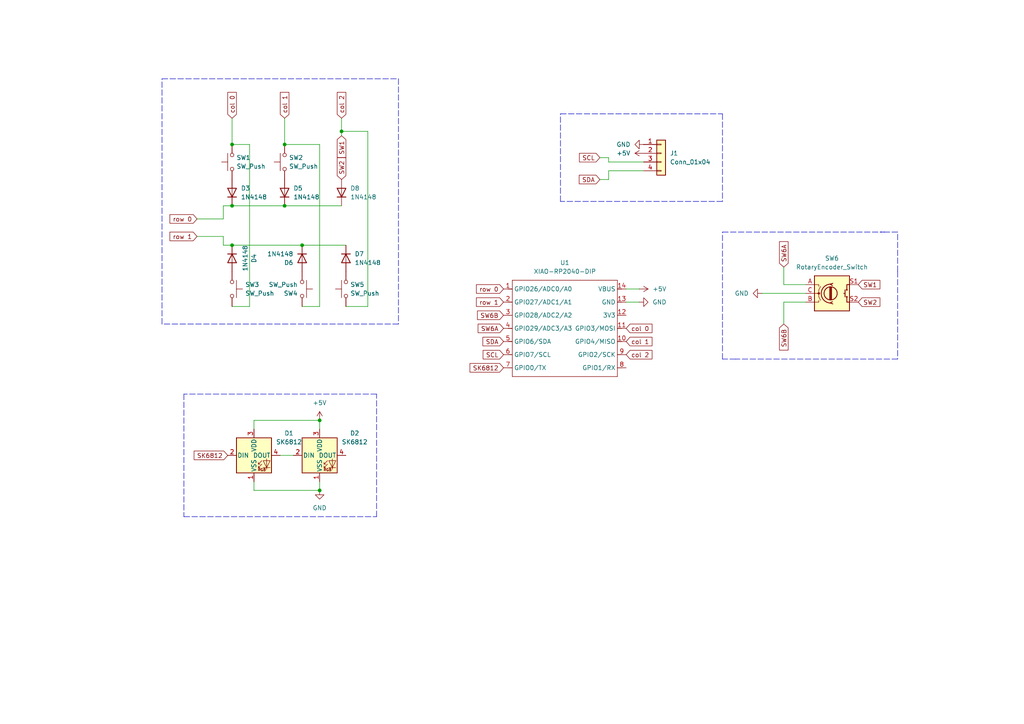
<source format=kicad_sch>
(kicad_sch (version 20250114) (generator "eeschema") (generator_version "9.0")
  (paper "A4")
  (lib_symbols
    (symbol "Connector_Generic:Conn_01x04" (pin_names (offset 1.016) (hide yes))
      (property "Reference" "J" (at 0 5.08 0))
      (property "Value" "Conn_01x04" (at 0 -7.62 0))
      (symbol "Conn_01x04_1_1"
        (rectangle (start -1.27 3.81) (end 1.27 -6.35) (stroke (width 0.254)) (fill (type background)))
        (rectangle (start -1.27 2.667) (end 0 2.413) (stroke (width 0.1524)))
        (rectangle (start -1.27 0.127) (end 0 -0.127) (stroke (width 0.1524)))
        (rectangle (start -1.27 -2.413) (end 0 -2.667) (stroke (width 0.1524)))
        (rectangle (start -1.27 -4.953) (end 0 -5.207) (stroke (width 0.1524)))
        (pin passive line (at -5.08 2.54 0) (length 3.81) (name "Pin_1") (number "1"))
        (pin passive line (at -5.08 0 0) (length 3.81) (name "Pin_2") (number "2"))
        (pin passive line (at -5.08 -2.54 0) (length 3.81) (name "Pin_3") (number "3"))
        (pin passive line (at -5.08 -5.08 0) (length 3.81) (name "Pin_4") (number "4"))
      )
    )
    (symbol "Device:RotaryEncoder_Switch" (pin_names (offset 0.254) (hide yes))
      (property "Reference" "SW" (at 0 6.604 0))
      (property "Value" "RotaryEncoder_Switch" (at 0 -6.604 0))
      (symbol "RotaryEncoder_Switch_0_1"
        (rectangle (start -5.08 5.08) (end 5.08 -5.08) (stroke (width 0.254)) (fill (type background)))
        (polyline (pts (xy -5.08 2.54) (xy -3.81 2.54) (xy -3.81 2.032)))
        (polyline (pts (xy -5.08 0) (xy -3.81 0) (xy -3.81 -1.016) (xy -3.302 -2.032)))
        (polyline (pts (xy -5.08 -2.54) (xy -3.81 -2.54) (xy -3.81 -2.032)))
        (polyline (pts (xy -4.318 0) (xy -3.81 0) (xy -3.81 1.016) (xy -3.302 2.032)))
        (circle (center -3.81 0) (radius 0.254) (fill (type outline)))
        (polyline (pts (xy -0.635 -1.778) (xy -0.635 1.778)) (stroke (width 0.254)))
        (circle (center -0.381 0) (radius 1.905) (stroke (width 0.254)))
        (polyline (pts (xy -0.381 -1.778) (xy -0.381 1.778)) (stroke (width 0.254)))
        (arc (start -0.381 -2.794) (mid -3.0988 -0.0635) (end -0.381 2.667) (stroke (width 0.254)))
        (polyline (pts (xy -0.127 1.778) (xy -0.127 -1.778)) (stroke (width 0.254)))
        (polyline (pts (xy 0.254 2.921) (xy -0.508 2.667) (xy 0.127 2.286)) (stroke (width 0.254)))
        (polyline (pts (xy 0.254 -3.048) (xy -0.508 -2.794) (xy 0.127 -2.413)) (stroke (width 0.254)))
        (polyline (pts (xy 3.81 1.016) (xy 3.81 -1.016)) (stroke (width 0.254)))
        (polyline (pts (xy 3.81 0) (xy 3.429 0)) (stroke (width 0.254)))
        (circle (center 4.318 1.016) (radius 0.127) (stroke (width 0.254)))
        (circle (center 4.318 -1.016) (radius 0.127) (stroke (width 0.254)))
        (polyline (pts (xy 5.08 2.54) (xy 4.318 2.54) (xy 4.318 1.016)) (stroke (width 0.254)))
        (polyline (pts (xy 5.08 -2.54) (xy 4.318 -2.54) (xy 4.318 -1.016)) (stroke (width 0.254)))
      )
      (symbol "RotaryEncoder_Switch_1_1"
        (pin passive line (at -7.62 2.54 0) (length 2.54) (name "A") (number "A"))
        (pin passive line (at -7.62 0 0) (length 2.54) (name "C") (number "C"))
        (pin passive line (at -7.62 -2.54 0) (length 2.54) (name "B") (number "B"))
        (pin passive line (at 7.62 2.54 180) (length 2.54) (name "S1") (number "S1"))
        (pin passive line (at 7.62 -2.54 180) (length 2.54) (name "S2") (number "S2"))
      )
    )
    (symbol "Diode:1N4148" (pin_numbers (hide yes)) (pin_names (hide yes))
      (property "Reference" "D" (at 0 2.54 0))
      (property "Value" "1N4148" (at 0 -2.54 0))
      (symbol "1N4148_0_1"
        (polyline (pts (xy -1.27 1.27) (xy -1.27 -1.27)) (stroke (width 0.254)))
        (polyline (pts (xy 1.27 1.27) (xy 1.27 -1.27) (xy -1.27 0) (xy 1.27 1.27)) (stroke (width 0.254)))
        (polyline (pts (xy 1.27 0) (xy -1.27 0)))
      )
      (symbol "1N4148_1_1"
        (pin passive line (at -3.81 0 0) (length 2.54) (name "K") (number "1"))
        (pin passive line (at 3.81 0 180) (length 2.54) (name "A") (number "2"))
      )
    )
    (symbol "LED:SK6812" (pin_names (offset 0.254))
      (property "Reference" "D" (at 5.08 5.715 0))
      (property "Value" "SK6812" (at 1.27 -5.715 0))
      (symbol "SK6812_0_0"
        (text "RGB" (at 2.286 -4.191 0) (effects (font (size 0.762 0.762))))
      )
      (symbol "SK6812_0_1"
        (polyline (pts (xy 1.27 -2.54) (xy 1.778 -2.54)))
        (polyline (pts (xy 1.27 -3.556) (xy 1.778 -3.556)))
        (polyline (pts (xy 2.286 -1.524) (xy 1.27 -2.54) (xy 1.27 -2.032)))
        (polyline (pts (xy 2.286 -2.54) (xy 1.27 -3.556) (xy 1.27 -3.048)))
        (polyline (pts (xy 3.683 -1.016) (xy 3.683 -3.556) (xy 3.683 -4.064)))
        (polyline (pts (xy 4.699 -1.524) (xy 2.667 -1.524) (xy 3.683 -3.556) (xy 4.699 -1.524)))
        (polyline (pts (xy 4.699 -3.556) (xy 2.667 -3.556)))
        (rectangle (start 5.08 5.08) (end -5.08 -5.08) (stroke (width 0.254)) (fill (type background)))
      )
      (symbol "SK6812_1_1"
        (pin input line (at -7.62 0 0) (length 2.54) (name "DIN") (number "2"))
        (pin power_in line (at 0 7.62 270) (length 2.54) (name "VDD") (number "3"))
        (pin power_in line (at 0 -7.62 90) (length 2.54) (name "VSS") (number "1"))
        (pin output line (at 7.62 0 180) (length 2.54) (name "DOUT") (number "4"))
      )
    )
    (symbol "OPL lib:XIAO-RP2040-DIP"
      (property "Reference" "U" (at 0 0 0))
      (property "Value" "XIAO-RP2040-DIP" (at 5.334 -1.778 0))
      (symbol "XIAO-RP2040-DIP_1_0"
        (polyline (pts (xy -1.27 -2.54) (xy 29.21 -2.54)) (stroke (width 0.1524)))
        (polyline (pts (xy -1.27 -5.08) (xy -2.54 -5.08)) (stroke (width 0.1524)))
        (polyline (pts (xy -1.27 -5.08) (xy -1.27 -2.54)) (stroke (width 0.1524)))
        (polyline (pts (xy -1.27 -8.89) (xy -2.54 -8.89)) (stroke (width 0.1524)))
        (polyline (pts (xy -1.27 -8.89) (xy -1.27 -5.08)) (stroke (width 0.1524)))
        (polyline (pts (xy -1.27 -12.7) (xy -2.54 -12.7)) (stroke (width 0.1524)))
        (polyline (pts (xy -1.27 -12.7) (xy -1.27 -8.89)) (stroke (width 0.1524)))
        (polyline (pts (xy -1.27 -16.51) (xy -2.54 -16.51)) (stroke (width 0.1524)))
        (polyline (pts (xy -1.27 -16.51) (xy -1.27 -12.7)) (stroke (width 0.1524)))
        (polyline (pts (xy -1.27 -20.32) (xy -2.54 -20.32)) (stroke (width 0.1524)))
        (polyline (pts (xy -1.27 -24.13) (xy -2.54 -24.13)) (stroke (width 0.1524)))
        (polyline (pts (xy -1.27 -27.94) (xy -2.54 -27.94)) (stroke (width 0.1524)))
        (polyline (pts (xy -1.27 -30.48) (xy -1.27 -16.51)) (stroke (width 0.1524)))
        (polyline (pts (xy 29.21 -2.54) (xy 29.21 -5.08)) (stroke (width 0.1524)))
        (polyline (pts (xy 29.21 -5.08) (xy 29.21 -8.89)) (stroke (width 0.1524)))
        (polyline (pts (xy 29.21 -8.89) (xy 29.21 -12.7)) (stroke (width 0.1524)))
        (polyline (pts (xy 29.21 -12.7) (xy 29.21 -30.48)) (stroke (width 0.1524)))
        (polyline (pts (xy 29.21 -30.48) (xy -1.27 -30.48)) (stroke (width 0.1524)))
        (polyline (pts (xy 30.48 -5.08) (xy 29.21 -5.08)) (stroke (width 0.1524)))
        (polyline (pts (xy 30.48 -8.89) (xy 29.21 -8.89)) (stroke (width 0.1524)))
        (polyline (pts (xy 30.48 -12.7) (xy 29.21 -12.7)) (stroke (width 0.1524)))
        (polyline (pts (xy 30.48 -16.51) (xy 29.21 -16.51)) (stroke (width 0.1524)))
        (polyline (pts (xy 30.48 -20.32) (xy 29.21 -20.32)) (stroke (width 0.1524)))
        (polyline (pts (xy 30.48 -24.13) (xy 29.21 -24.13)) (stroke (width 0.1524)))
        (polyline (pts (xy 30.48 -27.94) (xy 29.21 -27.94)) (stroke (width 0.1524)))
        (pin passive line (at -3.81 -5.08 0) (length 2.54) (name "GPIO26/ADC0/A0") (number "1"))
        (pin passive line (at -3.81 -8.89 0) (length 2.54) (name "GPIO27/ADC1/A1") (number "2"))
        (pin passive line (at -3.81 -12.7 0) (length 2.54) (name "GPIO28/ADC2/A2") (number "3"))
        (pin passive line (at -3.81 -16.51 0) (length 2.54) (name "GPIO29/ADC3/A3") (number "4"))
        (pin passive line (at -3.81 -20.32 0) (length 2.54) (name "GPIO6/SDA") (number "5"))
        (pin passive line (at -3.81 -24.13 0) (length 2.54) (name "GPIO7/SCL") (number "6"))
        (pin passive line (at -3.81 -27.94 0) (length 2.54) (name "GPIO0/TX") (number "7"))
        (pin passive line (at 31.75 -5.08 180) (length 2.54) (name "VBUS") (number "14"))
        (pin passive line (at 31.75 -8.89 180) (length 2.54) (name "GND") (number "13"))
        (pin passive line (at 31.75 -12.7 180) (length 2.54) (name "3V3") (number "12"))
        (pin passive line (at 31.75 -16.51 180) (length 2.54) (name "GPIO3/MOSI") (number "11"))
        (pin passive line (at 31.75 -20.32 180) (length 2.54) (name "GPIO4/MISO") (number "10"))
        (pin passive line (at 31.75 -24.13 180) (length 2.54) (name "GPIO2/SCK") (number "9"))
        (pin passive line (at 31.75 -27.94 180) (length 2.54) (name "GPIO1/RX") (number "8"))
      )
    )
    (symbol "Switch:SW_Push" (pin_numbers (hide yes)) (pin_names (offset 1.016) (hide yes))
      (property "Reference" "SW" (at 1.27 2.54 0))
      (property "Value" "SW_Push" (at 0 -1.524 0))
      (symbol "SW_Push_0_1"
        (circle (center -2.032 0) (radius 0.508))
        (polyline (pts (xy 0 1.27) (xy 0 3.048)))
        (circle (center 2.032 0) (radius 0.508))
        (polyline (pts (xy 2.54 1.27) (xy -2.54 1.27)))
        (pin passive line (at -5.08 0 0) (length 2.54) (name "1") (number "1"))
        (pin passive line (at 5.08 0 180) (length 2.54) (name "2") (number "2"))
      )
    )
    (symbol "power:+5V" (power) (pin_numbers (hide yes)) (pin_names (offset 0) (hide yes))
      (property "Value" "+5V" (at 0 3.556 0))
      (symbol "+5V_0_1"
        (polyline (pts (xy -0.762 1.27) (xy 0 2.54)))
        (polyline (pts (xy 0 2.54) (xy 0.762 1.27)))
        (polyline (pts (xy 0 0) (xy 0 2.54)))
      )
      (symbol "+5V_1_1"
        (pin power_in line (at 0 0 90) (length 0) (name "~") (number "1"))
      )
    )
    (symbol "power:GND" (power) (pin_numbers (hide yes)) (pin_names (offset 0) (hide yes))
      (property "Value" "GND" (at 0 -3.81 0))
      (symbol "GND_0_1"
        (polyline (pts (xy 0 0) (xy 0 -1.27) (xy 1.27 -1.27) (xy 0 -2.54) (xy -1.27 -1.27) (xy 0 -1.27)))
      )
      (symbol "GND_1_1"
        (pin power_in line (at 0 0 270) (length 0) (name "~") (number "1"))
      )
    )
  )
  (junction (at 82.55 59.69))
  (junction (at 82.55 41.91))
  (junction (at 92.71 121.92))
  (junction (at 67.31 71.12))
  (junction (at 92.71 142.24))
  (junction (at 87.63 71.12))
  (junction (at 67.31 59.69))
  (junction (at 67.31 41.91))
  (junction (at 99.06 38.1))
  (wire (pts (xy 67.31 59.69) (xy 64.77 59.69)))
  (polyline (pts (xy 213.36 104.14) (xy 209.55 104.14)) (stroke (width 0) (type dash)))
  (wire (pts (xy 220.98 85.09) (xy 233.68 85.09)))
  (polyline (pts (xy 209.55 67.31) (xy 256.54 67.31)) (stroke (width 0) (type dash)))
  (wire (pts (xy 64.77 71.12) (xy 64.77 68.58)))
  (wire (pts (xy 181.61 87.63) (xy 185.42 87.63)))
  (polyline (pts (xy 209.55 104.14) (xy 209.55 92.71)) (stroke (width 0) (type dash)))
  (wire (pts (xy 106.68 38.1) (xy 99.06 38.1)))
  (polyline (pts (xy 260.35 104.14) (xy 213.36 104.14)) (stroke (width 0) (type dash)))
  (wire (pts (xy 100.33 88.9) (xy 106.68 88.9)))
  (wire (pts (xy 64.77 63.5) (xy 57.15 63.5)))
  (wire (pts (xy 72.39 41.91) (xy 72.39 88.9)))
  (wire (pts (xy 73.66 121.92) (xy 73.66 124.46)))
  (wire (pts (xy 99.06 34.29) (xy 99.06 38.1)))
  (polyline (pts (xy 260.35 78.74) (xy 260.35 67.31)) (stroke (width 0) (type dash)))
  (polyline (pts (xy 46.99 22.86) (xy 115.57 22.86)) (stroke (width 0) (type dash)))
  (polyline (pts (xy 260.35 67.31) (xy 255.27 67.31)) (stroke (width 0) (type dash)))
  (polyline (pts (xy 46.99 93.98) (xy 46.99 22.86)) (stroke (width 0) (type dash)))
  (wire (pts (xy 233.68 82.55) (xy 227.33 82.55)))
  (wire (pts (xy 64.77 59.69) (xy 64.77 63.5)))
  (wire (pts (xy 81.28 132.08) (xy 85.09 132.08)))
  (wire (pts (xy 72.39 41.91) (xy 67.31 41.91)))
  (wire (pts (xy 181.61 83.82) (xy 185.42 83.82)))
  (wire (pts (xy 73.66 139.7) (xy 73.66 142.24)))
  (wire (pts (xy 227.33 87.63) (xy 227.33 93.98)))
  (wire (pts (xy 67.31 71.12) (xy 64.77 71.12)))
  (wire (pts (xy 176.53 52.07) (xy 173.99 52.07)))
  (wire (pts (xy 92.71 41.91) (xy 82.55 41.91)))
  (polyline (pts (xy 109.22 149.86) (xy 109.22 114.3)) (stroke (width 0) (type dash)))
  (wire (pts (xy 82.55 59.69) (xy 67.31 59.69)))
  (wire (pts (xy 92.71 88.9) (xy 87.63 88.9)))
  (wire (pts (xy 92.71 142.24) (xy 73.66 142.24)))
  (wire (pts (xy 72.39 88.9) (xy 67.31 88.9)))
  (wire (pts (xy 67.31 34.29) (xy 67.31 41.91)))
  (wire (pts (xy 99.06 38.1) (xy 99.06 39.37)))
  (polyline (pts (xy 53.34 149.86) (xy 109.22 149.86)) (stroke (width 0) (type dash)))
  (polyline (pts (xy 162.56 58.42) (xy 162.56 33.02)) (stroke (width 0) (type dash)))
  (wire (pts (xy 82.55 34.29) (xy 82.55 41.91)))
  (wire (pts (xy 233.68 87.63) (xy 227.33 87.63)))
  (polyline (pts (xy 53.34 114.3) (xy 53.34 149.86)) (stroke (width 0) (type dash)))
  (polyline (pts (xy 162.56 33.02) (xy 209.55 33.02)) (stroke (width 0) (type dash)))
  (polyline (pts (xy 115.57 22.86) (xy 115.57 93.98)) (stroke (width 0) (type dash)))
  (wire (pts (xy 176.53 49.53) (xy 176.53 52.07)))
  (wire (pts (xy 106.68 38.1) (xy 106.68 88.9)))
  (wire (pts (xy 92.71 124.46) (xy 92.71 121.92)))
  (polyline (pts (xy 209.55 58.42) (xy 162.56 58.42)) (stroke (width 0) (type dash)))
  (wire (pts (xy 92.71 121.92) (xy 73.66 121.92)))
  (wire (pts (xy 227.33 82.55) (xy 227.33 77.47)))
  (wire (pts (xy 186.69 49.53) (xy 176.53 49.53)))
  (polyline (pts (xy 115.57 93.98) (xy 46.99 93.98)) (stroke (width 0) (type dash)))
  (wire (pts (xy 87.63 71.12) (xy 100.33 71.12)))
  (polyline (pts (xy 209.55 92.71) (xy 209.55 67.31)) (stroke (width 0) (type dash)))
  (polyline (pts (xy 209.55 33.02) (xy 209.55 58.42)) (stroke (width 0) (type dash)))
  (wire (pts (xy 67.31 71.12) (xy 87.63 71.12)))
  (wire (pts (xy 82.55 59.69) (xy 99.06 59.69)))
  (wire (pts (xy 92.71 88.9) (xy 92.71 41.91)))
  (wire (pts (xy 64.77 68.58) (xy 57.15 68.58)))
  (wire (pts (xy 176.53 46.99) (xy 176.53 45.72)))
  (polyline (pts (xy 260.35 78.74) (xy 260.35 104.14)) (stroke (width 0) (type dash)))
  (wire (pts (xy 92.71 139.7) (xy 92.71 142.24)))
  (polyline (pts (xy 109.22 114.3) (xy 53.34 114.3)) (stroke (width 0) (type dash)))
  (wire (pts (xy 176.53 45.72) (xy 173.99 45.72)))
  (wire (pts (xy 186.69 46.99) (xy 176.53 46.99)))
  (global_label "row 1" (shape input) (at 146.05 87.63 180) (property "Intersheetrefs" "${INTERSHEET_REFS}" (effects (hide yes))))
  (global_label "SW2" (shape input) (at 99.06 52.07 90) (property "Intersheetrefs" "${INTERSHEET_REFS}" (effects (hide yes))))
  (global_label "SW6A" (shape input) (at 227.33 77.47 90) (property "Intersheetrefs" "${INTERSHEET_REFS}" (effects (hide yes))))
  (global_label "SW1" (shape input) (at 99.06 39.37 270) (property "Intersheetrefs" "${INTERSHEET_REFS}" (effects (hide yes))))
  (global_label "SCL" (shape input) (at 173.99 45.72 180) (property "Intersheetrefs" "${INTERSHEET_REFS}" (effects (hide yes))))
  (global_label "SK6812" (shape input) (at 146.05 106.68 180) (property "Intersheetrefs" "${INTERSHEET_REFS}" (effects (hide yes))))
  (global_label "col 1" (shape input) (at 82.55 34.29 90) (property "Intersheetrefs" "${INTERSHEET_REFS}" (effects (hide yes))))
  (global_label "row 0" (shape input) (at 146.05 83.82 180) (property "Intersheetrefs" "${INTERSHEET_REFS}" (effects (hide yes))))
  (global_label "SDA" (shape input) (at 146.05 99.06 180) (property "Intersheetrefs" "${INTERSHEET_REFS}" (effects (hide yes))))
  (global_label "SK6812" (shape input) (at 66.04 132.08 180) (property "Intersheetrefs" "${INTERSHEET_REFS}" (effects (hide yes))))
  (global_label "col 0" (shape input) (at 67.31 34.29 90) (property "Intersheetrefs" "${INTERSHEET_REFS}" (effects (hide yes))))
  (global_label "SDA" (shape input) (at 173.99 52.07 180) (property "Intersheetrefs" "${INTERSHEET_REFS}" (effects (hide yes))))
  (global_label "row 1" (shape input) (at 57.15 68.58 180) (property "Intersheetrefs" "${INTERSHEET_REFS}" (effects (hide yes))))
  (global_label "SW6A" (shape input) (at 146.05 95.25 180) (property "Intersheetrefs" "${INTERSHEET_REFS}" (effects (hide yes))))
  (global_label "row 0" (shape input) (at 57.15 63.5 180) (property "Intersheetrefs" "${INTERSHEET_REFS}" (effects (hide yes))))
  (global_label "SW6B" (shape input) (at 227.33 93.98 270) (property "Intersheetrefs" "${INTERSHEET_REFS}" (effects (hide yes))))
  (global_label "col 2" (shape input) (at 99.06 34.29 90) (property "Intersheetrefs" "${INTERSHEET_REFS}" (effects (hide yes))))
  (global_label "col 2" (shape input) (at 181.61 102.87 0) (property "Intersheetrefs" "${INTERSHEET_REFS}" (effects (hide yes))))
  (global_label "col 0" (shape input) (at 181.61 95.25 0) (property "Intersheetrefs" "${INTERSHEET_REFS}" (effects (hide yes))))
  (global_label "col 1" (shape input) (at 181.61 99.06 0) (property "Intersheetrefs" "${INTERSHEET_REFS}" (effects (hide yes))))
  (global_label "SW2" (shape input) (at 248.92 87.63 0) (property "Intersheetrefs" "${INTERSHEET_REFS}" (effects (hide yes))))
  (global_label "SW1" (shape input) (at 248.92 82.55 0) (property "Intersheetrefs" "${INTERSHEET_REFS}" (effects (hide yes))))
  (global_label "SW6B" (shape input) (at 146.05 91.44 180) (property "Intersheetrefs" "${INTERSHEET_REFS}" (effects (hide yes))))
  (global_label "SCL" (shape input) (at 146.05 102.87 180) (property "Intersheetrefs" "${INTERSHEET_REFS}" (effects (hide yes))))
  (symbol (lib_id "Diode:1N4148") (at 99.06 55.88 90) (unit 1)
    (property "Reference" "D8" (at 101.6 54.6099 90) (effects (justify right)))
    (property "Value" "1N4148" (at 101.6 57.1499 90) (effects (justify right)))
    (property "Footprint" "Diode_THT:D_DO-35_SOD27_P7.62mm_Horizontal" (effects (hide yes)))
    (property "Datasheet" "https://assets.nexperia.com/documents/data-sheet/1N4148_1N4448.pdf" (effects (hide yes)))
    (property "Description" "100V 0.15A standard switching diode, DO-35" (effects (hide yes)))
    (property "Sim.Device" "D" (effects (hide yes)))
    (property "Sim.Pins" "1=K 2=A" (effects (hide yes)))
  )
  (symbol (lib_id "Diode:1N4148") (at 67.31 55.88 90) (unit 1)
    (property "Reference" "D3" (at 69.85 54.6099 90) (effects (justify right)))
    (property "Value" "1N4148" (at 69.85 57.1499 90) (effects (justify right)))
    (property "Footprint" "Diode_THT:D_DO-35_SOD27_P7.62mm_Horizontal" (effects (hide yes)))
    (property "Datasheet" "https://assets.nexperia.com/documents/data-sheet/1N4148_1N4448.pdf" (effects (hide yes)))
    (property "Description" "100V 0.15A standard switching diode, DO-35" (effects (hide yes)))
    (property "Sim.Device" "D" (effects (hide yes)))
    (property "Sim.Pins" "1=K 2=A" (effects (hide yes)))
  )
  (symbol (lib_id "Switch:SW_Push") (at 87.63 83.82 270) (unit 1)
    (property "Reference" "SW4" (at 86.36 85.0901 90) (effects (justify right)))
    (property "Value" "SW_Push" (at 86.36 82.5501 90) (effects (justify right)))
    (property "Footprint" "Button_Switch_Keyboard:SW_Cherry_MX_1.00u_PCB" (effects (hide yes)))
    (property "Description" "Push button switch, generic, two pins" (effects (hide yes)))
  )
  (symbol (lib_id "Diode:1N4148") (at 87.63 74.93 270) (unit 1)
    (property "Reference" "D6" (at 85.09 76.2001 90) (effects (justify right)))
    (property "Value" "1N4148" (at 85.09 73.6601 90) (effects (justify right)))
    (property "Footprint" "Diode_THT:D_DO-35_SOD27_P7.62mm_Horizontal" (effects (hide yes)))
    (property "Datasheet" "https://assets.nexperia.com/documents/data-sheet/1N4148_1N4448.pdf" (effects (hide yes)))
    (property "Description" "100V 0.15A standard switching diode, DO-35" (effects (hide yes)))
    (property "Sim.Device" "D" (effects (hide yes)))
    (property "Sim.Pins" "1=K 2=A" (effects (hide yes)))
  )
  (symbol (lib_id "Switch:SW_Push") (at 100.33 83.82 90) (unit 1)
    (property "Reference" "SW5" (at 101.6 82.5499 90) (effects (justify right)))
    (property "Value" "SW_Push" (at 101.6 85.0899 90) (effects (justify right)))
    (property "Footprint" "Button_Switch_Keyboard:SW_Cherry_MX_1.00u_PCB" (effects (hide yes)))
    (property "Description" "Push button switch, generic, two pins" (effects (hide yes)))
  )
  (symbol (lib_id "Connector_Generic:Conn_01x04") (at 191.77 44.45 0) (unit 1)
    (property "Reference" "J1" (at 194.31 44.4499 0) (effects (justify left)))
    (property "Value" "Conn_01x04" (at 194.31 46.9899 0) (effects (justify left)))
    (property "Footprint" "Connector_PinHeader_2.54mm:PinHeader_1x04_P2.54mm_Vertical" (effects (hide yes)))
    (property "Description" "Generic connector, single row, 01x04, script generated (kicad-library-utils/schlib/autogen/connector/)" (effects (hide yes)))
  )
  (symbol (lib_id "power:+5V") (at 92.71 121.92 0) (unit 1)
    (property "Reference" "#PWR03" (effects (hide yes)))
    (property "Value" "+5V" (at 92.71 116.84 0))
    (property "Description" "Power symbol creates a global label with name \"+5V\"" (effects (hide yes)))
  )
  (symbol (lib_id "Switch:SW_Push") (at 67.31 83.82 270) (unit 1)
    (property "Reference" "SW3" (at 71.12 82.5499 90) (effects (justify left)))
    (property "Value" "SW_Push" (at 71.12 85.0899 90) (effects (justify left)))
    (property "Footprint" "Button_Switch_Keyboard:SW_Cherry_MX_1.00u_PCB" (effects (hide yes)))
    (property "Description" "Push button switch, generic, two pins" (effects (hide yes)))
  )
  (symbol (lib_id "Switch:SW_Push") (at 82.55 46.99 90) (unit 1)
    (property "Reference" "SW2" (at 83.82 45.7199 90) (effects (justify right)))
    (property "Value" "SW_Push" (at 83.82 48.2599 90) (effects (justify right)))
    (property "Footprint" "Button_Switch_Keyboard:SW_Cherry_MX_1.00u_PCB" (effects (hide yes)))
    (property "Description" "Push button switch, generic, two pins" (effects (hide yes)))
  )
  (symbol (lib_id "power:+5V") (at 186.69 44.45 90) (unit 1)
    (property "Reference" "#PWR02" (effects (hide yes)))
    (property "Value" "+5V" (at 182.88 44.4499 90) (effects (justify left)))
    (property "Description" "Power symbol creates a global label with name \"+5V\"" (effects (hide yes)))
  )
  (symbol (lib_id "OPL lib:XIAO-RP2040-DIP") (at 149.86 78.74 0) (unit 1)
    (property "Reference" "U1" (at 163.83 76.2 0))
    (property "Value" "XIAO-RP2040-DIP" (at 163.83 78.74 0))
    (property "Footprint" "OPL lib:XIAO-RP2040-DIP" (effects (hide yes)))
  )
  (symbol (lib_id "LED:SK6812") (at 73.66 132.08 0) (unit 1)
    (property "Reference" "D1" (at 83.82 125.6598 0))
    (property "Value" "SK6812" (at 83.82 128.1998 0))
    (property "Footprint" "LED_SMD:LED_SK6812_PLCC4_5.0x5.0mm_P3.2mm" (effects (hide yes)))
    (property "Datasheet" "https://cdn-shop.adafruit.com/product-files/1138/SK6812+LED+datasheet+.pdf" (effects (hide yes)))
    (property "Description" "RGB LED with integrated controller" (effects (hide yes)))
  )
  (symbol (lib_id "power:GND") (at 185.42 87.63 90) (unit 1)
    (property "Reference" "#PWR05" (effects (hide yes)))
    (property "Value" "GND" (at 189.23 87.6299 90) (effects (justify right)))
    (property "Description" "Power symbol creates a global label with name \"GND\" , ground" (effects (hide yes)))
  )
  (symbol (lib_id "power:GND") (at 92.71 142.24 0) (unit 1)
    (property "Reference" "#PWR04" (effects (hide yes)))
    (property "Value" "GND" (at 92.71 147.32 0))
    (property "Description" "Power symbol creates a global label with name \"GND\" , ground" (effects (hide yes)))
  )
  (symbol (lib_id "Diode:1N4148") (at 67.31 74.93 270) (unit 1)
    (property "Reference" "D4" (at 73.66 74.93 0))
    (property "Value" "1N4148" (at 71.12 74.93 0))
    (property "Footprint" "Diode_THT:D_DO-35_SOD27_P7.62mm_Horizontal" (effects (hide yes)))
    (property "Datasheet" "https://assets.nexperia.com/documents/data-sheet/1N4148_1N4448.pdf" (effects (hide yes)))
    (property "Description" "100V 0.15A standard switching diode, DO-35" (effects (hide yes)))
    (property "Sim.Device" "D" (effects (hide yes)))
    (property "Sim.Pins" "1=K 2=A" (effects (hide yes)))
  )
  (symbol (lib_id "Device:RotaryEncoder_Switch") (at 241.3 85.09 0) (unit 1)
    (property "Reference" "SW6" (at 241.3 74.93 0))
    (property "Value" "RotaryEncoder_Switch" (at 241.3 77.47 0))
    (property "Footprint" "Rotary_Encoder:RotaryEncoder_Alps_EC11E-Switch_Vertical_H20mm" (effects (hide yes)))
    (property "Description" "Rotary encoder, dual channel, incremental quadrate outputs, with switch" (effects (hide yes)))
  )
  (symbol (lib_id "power:GND") (at 220.98 85.09 270) (unit 1)
    (property "Reference" "#PWR07" (effects (hide yes)))
    (property "Value" "GND" (at 217.17 85.0899 90) (effects (justify right)))
    (property "Description" "Power symbol creates a global label with name \"GND\" , ground" (effects (hide yes)))
  )
  (symbol (lib_id "LED:SK6812") (at 92.71 132.08 0) (unit 1)
    (property "Reference" "D2" (at 102.87 125.6598 0))
    (property "Value" "SK6812" (at 102.87 128.1998 0))
    (property "Footprint" "LED_SMD:LED_SK6812_PLCC4_5.0x5.0mm_P3.2mm" (effects (hide yes)))
    (property "Datasheet" "https://cdn-shop.adafruit.com/product-files/1138/SK6812+LED+datasheet+.pdf" (effects (hide yes)))
    (property "Description" "RGB LED with integrated controller" (effects (hide yes)))
  )
  (symbol (lib_id "power:GND") (at 186.69 41.91 270) (unit 1)
    (property "Reference" "#PWR01" (effects (hide yes)))
    (property "Value" "GND" (at 182.88 41.9099 90) (effects (justify right)))
    (property "Description" "Power symbol creates a global label with name \"GND\" , ground" (effects (hide yes)))
  )
  (symbol (lib_id "Switch:SW_Push") (at 67.31 46.99 90) (unit 1)
    (property "Reference" "SW1" (at 68.58 45.7199 90) (effects (justify right)))
    (property "Value" "SW_Push" (at 68.58 48.2599 90) (effects (justify right)))
    (property "Footprint" "Button_Switch_Keyboard:SW_Cherry_MX_1.00u_PCB" (effects (hide yes)))
    (property "Description" "Push button switch, generic, two pins" (effects (hide yes)))
  )
  (symbol (lib_id "Diode:1N4148") (at 82.55 55.88 90) (unit 1)
    (property "Reference" "D5" (at 85.09 54.6099 90) (effects (justify right)))
    (property "Value" "1N4148" (at 85.09 57.1499 90) (effects (justify right)))
    (property "Footprint" "Diode_THT:D_DO-35_SOD27_P7.62mm_Horizontal" (effects (hide yes)))
    (property "Datasheet" "https://assets.nexperia.com/documents/data-sheet/1N4148_1N4448.pdf" (effects (hide yes)))
    (property "Description" "100V 0.15A standard switching diode, DO-35" (effects (hide yes)))
    (property "Sim.Device" "D" (effects (hide yes)))
    (property "Sim.Pins" "1=K 2=A" (effects (hide yes)))
  )
  (symbol (lib_id "power:+5V") (at 185.42 83.82 270) (unit 1)
    (property "Reference" "#PWR06" (effects (hide yes)))
    (property "Value" "+5V" (at 189.23 83.8199 90) (effects (justify left)))
    (property "Description" "Power symbol creates a global label with name \"+5V\"" (effects (hide yes)))
  )
  (symbol (lib_id "Diode:1N4148") (at 100.33 74.93 270) (unit 1)
    (property "Reference" "D7" (at 102.87 73.6599 90) (effects (justify left)))
    (property "Value" "1N4148" (at 102.87 76.1999 90) (effects (justify left)))
    (property "Footprint" "Diode_THT:D_DO-35_SOD27_P7.62mm_Horizontal" (effects (hide yes)))
    (property "Datasheet" "https://assets.nexperia.com/documents/data-sheet/1N4148_1N4448.pdf" (effects (hide yes)))
    (property "Description" "100V 0.15A standard switching diode, DO-35" (effects (hide yes)))
    (property "Sim.Device" "D" (effects (hide yes)))
    (property "Sim.Pins" "1=K 2=A" (effects (hide yes)))
  )
)
</source>
